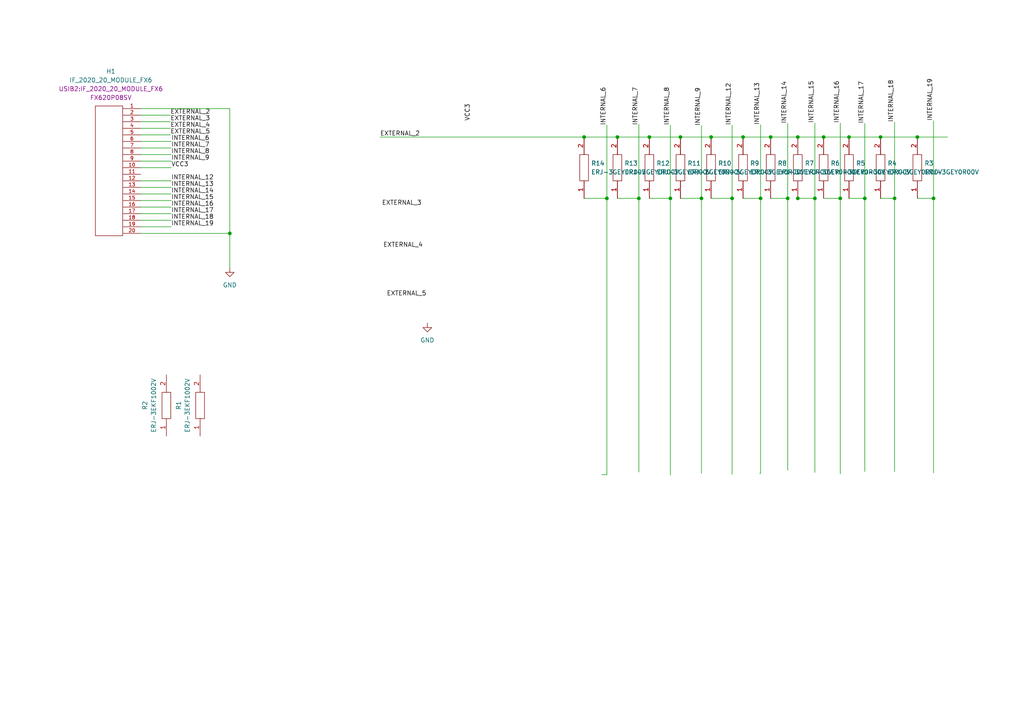
<source format=kicad_sch>
(kicad_sch (version 20230121) (generator eeschema)
  (paper "A4")
  (lib_symbols
    (symbol "SamacSys_Parts:ERJ-3EKF1002V" (pin_names (offset 0.762))
      (property "Reference" "R" (at 13.97 6.35 0))
      (property "Value" "ERJ-3EKF1002V" (at 13.97 3.81 0))
      (symbol "ERJ-3EKF1002V_0_0"
        (pin passive line (at 0 0 0) (length 5.08) (name "~") (number "1"))
        (pin passive line (at 17.78 0 180) (length 5.08) (name "~") (number "2"))
      )
      (symbol "ERJ-3EKF1002V_0_1"
        (polyline (pts (xy 5.08 1.27) (xy 12.7 1.27) (xy 12.7 -1.27) (xy 5.08 -1.27) (xy 5.08 1.27)) (stroke (width 0.1524)))
      )
    )
    (symbol "SamacSys_Parts:ERJ-3GEY0R00V" (pin_names (offset 0.762))
      (property "Reference" "R" (at 13.97 6.35 0))
      (property "Value" "ERJ-3GEY0R00V" (at 13.97 3.81 0))
      (symbol "ERJ-3GEY0R00V_0_0"
        (pin passive line (at 0 0 0) (length 5.08) (name "~") (number "1"))
        (pin passive line (at 17.78 0 180) (length 5.08) (name "~") (number "2"))
      )
      (symbol "ERJ-3GEY0R00V_0_1"
        (polyline (pts (xy 5.08 1.27) (xy 12.7 1.27) (xy 12.7 -1.27) (xy 5.08 -1.27) (xy 5.08 1.27)) (stroke (width 0.1524)))
      )
    )
    (symbol "USIB2:IF_2020_20_MODULE_FX6"
      (property "Reference" "H" (at -20.5232 -7.2644 0))
      (property "Value" "IF_2020_20_MODULE_FX6" (at -9.144 -9.8552 0))
      (property "Footprint" "USIB2:IF_2020_20_MODULE_FX6" (at -6.096 -15.113 0))
      (property "Connector" "FX620P08SV" (at -15.113 -17.272 0))
      (symbol "IF_2020_20_MODULE_FX6_0_1"
        (rectangle (start -18.796 0) (end 18.8468 -7.9248))
      )
      (symbol "IF_2020_20_MODULE_FX6_1_1"
        (pin passive line (at -18.034 5.1816 270) (length 5) (name "") (number "1"))
        (pin passive line (at -0.889 5.1816 270) (length 5) (name "") (number "10"))
        (pin passive line (at 1.016 5.1816 270) (length 5) (name "") (number "11"))
        (pin passive line (at 2.921 5.1816 270) (length 5) (name "") (number "12"))
        (pin passive line (at 4.826 5.1816 270) (length 5) (name "") (number "13"))
        (pin passive line (at 6.731 5.1816 270) (length 5) (name "") (number "14"))
        (pin passive line (at 8.636 5.1816 270) (length 5) (name "") (number "15"))
        (pin passive line (at 10.541 5.1816 270) (length 5) (name "") (number "16"))
        (pin passive line (at 12.446 5.1816 270) (length 5) (name "") (number "17"))
        (pin passive line (at 14.351 5.1816 270) (length 5) (name "") (number "18"))
        (pin passive line (at 16.256 5.1816 270) (length 5) (name "") (number "19"))
        (pin passive line (at -16.129 5.1816 270) (length 5) (name "") (number "2"))
        (pin passive line (at 18.161 5.1816 270) (length 5) (name "") (number "20"))
        (pin passive line (at -14.224 5.1816 270) (length 5) (name "") (number "3"))
        (pin passive line (at -12.319 5.1816 270) (length 5) (name "") (number "4"))
        (pin passive line (at -10.414 5.1816 270) (length 5) (name "") (number "5"))
        (pin passive line (at -8.509 5.1816 270) (length 5) (name "") (number "6"))
        (pin passive line (at -6.604 5.1816 270) (length 5) (name "") (number "7"))
        (pin passive line (at -4.699 5.1816 270) (length 5) (name "") (number "8"))
        (pin passive line (at -2.794 5.1816 270) (length 5) (name "") (number "9"))
      )
    )
    (symbol "power:GND" (power) (pin_names (offset 0))
      (property "Value" "GND" (at 0 -3.81 0))
      (symbol "GND_0_1"
        (polyline (pts (xy 0 0) (xy 0 -1.27) (xy 1.27 -1.27) (xy 0 -2.54) (xy -1.27 -1.27) (xy 0 -1.27)))
      )
      (symbol "GND_1_1"
        (pin power_in line (at 0 0 270) (length 0) hide (name "GND") (number "1"))
      )
    )
  )
  (junction (at 270.764 57.531))
  (junction (at 266.065 39.751))
  (junction (at 212.344 57.531))
  (junction (at 203.454 57.531))
  (junction (at 188.341 39.751))
  (junction (at 231.394 39.751))
  (junction (at 250.825 57.531))
  (junction (at 243.713 57.531))
  (junction (at 236.347 57.531))
  (junction (at 255.397 39.751))
  (junction (at 185.293 57.531))
  (junction (at 179.07 39.751))
  (junction (at 176.022 57.531))
  (junction (at 231.394 57.531))
  (junction (at 206.248 39.751))
  (junction (at 194.437 57.531))
  (junction (at 169.418 39.751))
  (junction (at 238.887 39.751))
  (junction (at 246.253 39.751))
  (junction (at 215.519 39.751))
  (junction (at 197.358 39.751))
  (junction (at 259.461 57.531))
  (junction (at 228.473 57.531))
  (junction (at 223.52 39.751))
  (junction (at 66.6496 67.691))
  (junction (at 220.599 57.531))
  (wire (pts (xy 236.347 35.687) (xy 236.347 57.531)))
  (wire (pts (xy 203.454 36.449) (xy 203.454 57.531)))
  (wire (pts (xy 246.253 57.531) (xy 250.825 57.531)))
  (wire (pts (xy 215.519 57.531) (xy 220.599 57.531)))
  (wire (pts (xy 176.022 36.322) (xy 176.022 57.531)))
  (wire (pts (xy 243.713 35.687) (xy 243.713 57.531)))
  (wire (pts (xy 40.767 33.401) (xy 49.403 33.401)))
  (wire (pts (xy 110.236 39.751) (xy 169.418 39.751)))
  (wire (pts (xy 176.022 57.531) (xy 176.022 137.668)))
  (wire (pts (xy 231.394 57.531) (xy 236.347 57.531)))
  (wire (pts (xy 176.022 137.668) (xy 174.498 137.668)))
  (wire (pts (xy 266.065 39.751) (xy 274.828 39.751)))
  (wire (pts (xy 243.713 57.531) (xy 243.713 137.414)))
  (wire (pts (xy 185.293 57.531) (xy 185.293 136.906)))
  (wire (pts (xy 220.599 137.287) (xy 220.345 137.287)))
  (wire (pts (xy 197.358 57.531) (xy 203.454 57.531)))
  (wire (pts (xy 40.767 35.306) (xy 49.403 35.306)))
  (wire (pts (xy 255.397 57.531) (xy 259.461 57.531)))
  (wire (pts (xy 40.767 60.071) (xy 49.657 60.071)))
  (wire (pts (xy 212.344 57.531) (xy 212.344 137.541)))
  (wire (pts (xy 179.07 57.531) (xy 185.293 57.531)))
  (wire (pts (xy 40.767 44.831) (xy 49.657 44.831)))
  (wire (pts (xy 40.767 58.166) (xy 49.657 58.166)))
  (wire (pts (xy 40.767 61.976) (xy 49.657 61.976)))
  (wire (pts (xy 194.437 36.322) (xy 194.437 57.531)))
  (wire (pts (xy 40.767 46.736) (xy 49.657 46.736)))
  (wire (pts (xy 223.52 57.531) (xy 228.473 57.531)))
  (wire (pts (xy 203.454 57.531) (xy 203.454 137.287)))
  (wire (pts (xy 40.767 67.691) (xy 66.6496 67.691)))
  (wire (pts (xy 66.6496 31.496) (xy 66.6496 67.691)))
  (wire (pts (xy 188.341 39.751) (xy 197.358 39.751)))
  (wire (pts (xy 40.767 37.211) (xy 49.403 37.211)))
  (wire (pts (xy 246.253 39.751) (xy 255.397 39.751)))
  (wire (pts (xy 206.248 39.751) (xy 215.519 39.751)))
  (wire (pts (xy 169.418 39.751) (xy 179.07 39.751)))
  (wire (pts (xy 236.347 57.531) (xy 236.347 137.033)))
  (wire (pts (xy 270.764 35.052) (xy 270.764 57.531)))
  (wire (pts (xy 188.341 57.531) (xy 194.437 57.531)))
  (wire (pts (xy 40.767 52.451) (xy 49.657 52.451)))
  (wire (pts (xy 250.825 35.814) (xy 250.825 57.531)))
  (wire (pts (xy 250.825 57.531) (xy 250.825 136.779)))
  (wire (pts (xy 194.437 57.531) (xy 194.437 137.795)))
  (wire (pts (xy 231.394 39.751) (xy 238.887 39.751)))
  (wire (pts (xy 270.764 57.531) (xy 270.764 137.16)))
  (wire (pts (xy 223.52 39.751) (xy 231.394 39.751)))
  (wire (pts (xy 179.07 39.751) (xy 188.341 39.751)))
  (wire (pts (xy 40.767 65.786) (xy 49.657 65.786)))
  (wire (pts (xy 66.7766 67.691) (xy 66.6496 67.691)))
  (wire (pts (xy 40.767 39.116) (xy 49.403 39.116)))
  (wire (pts (xy 228.473 57.531) (xy 228.473 136.398)))
  (wire (pts (xy 231.267 57.531) (xy 231.394 57.531)))
  (wire (pts (xy 40.767 56.261) (xy 49.657 56.261)))
  (wire (pts (xy 220.599 57.531) (xy 220.599 137.287)))
  (wire (pts (xy 220.599 36.195) (xy 220.599 57.531)))
  (wire (pts (xy 266.065 57.531) (xy 270.764 57.531)))
  (wire (pts (xy 238.887 57.531) (xy 243.713 57.531)))
  (wire (pts (xy 40.767 31.496) (xy 66.6496 31.496)))
  (wire (pts (xy 206.248 57.531) (xy 212.344 57.531)))
  (wire (pts (xy 40.767 42.926) (xy 49.657 42.926)))
  (wire (pts (xy 255.397 39.751) (xy 266.065 39.751)))
  (wire (pts (xy 40.767 63.881) (xy 49.657 63.881)))
  (wire (pts (xy 259.461 35.433) (xy 259.461 57.531)))
  (wire (pts (xy 238.887 39.751) (xy 246.253 39.751)))
  (wire (pts (xy 40.767 48.641) (xy 49.657 48.641)))
  (wire (pts (xy 66.6496 67.691) (xy 66.6496 77.724)))
  (wire (pts (xy 197.358 39.751) (xy 206.248 39.751)))
  (wire (pts (xy 212.344 36.322) (xy 212.344 57.531)))
  (wire (pts (xy 259.461 57.531) (xy 259.461 136.779)))
  (wire (pts (xy 40.767 54.356) (xy 49.657 54.356)))
  (wire (pts (xy 40.767 41.021) (xy 49.657 41.021)))
  (wire (pts (xy 228.473 35.814) (xy 228.473 57.531)))
  (wire (pts (xy 215.519 39.751) (xy 223.52 39.751)))
  (wire (pts (xy 185.293 36.068) (xy 185.293 57.531)))
  (wire (pts (xy 169.418 57.531) (xy 176.022 57.531)))
  (label "VCC3" (at 49.657 48.641 0))
  (label "INTERNAL_14" (at 49.657 56.261 0))
  (label "EXTERNAL_3" (at 49.403 35.306 0))
  (label "INTERNAL_7" (at 49.657 42.926 0))
  (label "INTERNAL_16" (at 49.657 60.071 0))
  (label "EXTERNAL_5" (at 112.141 86.106 0))
  (label "EXTERNAL_2" (at 110.236 39.751 0))
  (label "INTERNAL_19" (at 270.764 35.052 90))
  (label "EXTERNAL_2" (at 49.403 33.401 0))
  (label "INTERNAL_18" (at 49.657 63.881 0))
  (label "INTERNAL_18" (at 259.461 35.433 90))
  (label "EXTERNAL_4" (at 49.403 37.211 0))
  (label "EXTERNAL_5" (at 49.403 39.116 0))
  (label "INTERNAL_6" (at 49.657 41.021 0))
  (label "INTERNAL_15" (at 49.657 58.166 0))
  (label "INTERNAL_8" (at 194.437 36.322 90))
  (label "EXTERNAL_4" (at 111.125 72.009 0))
  (label "INTERNAL_13" (at 220.599 36.195 90))
  (label "INTERNAL_15" (at 236.347 35.687 90))
  (label "INTERNAL_7" (at 185.293 36.322 90))
  (label "INTERNAL_19" (at 49.657 65.786 0))
  (label "VCC3" (at 136.652 35.052 90))
  (label "INTERNAL_17" (at 250.825 35.814 90))
  (label "INTERNAL_9" (at 203.454 36.449 90))
  (label "INTERNAL_6" (at 176.022 36.322 90))
  (label "INTERNAL_16" (at 243.713 35.687 90))
  (label "INTERNAL_17" (at 49.657 61.976 0))
  (label "INTERNAL_12" (at 212.344 36.322 90))
  (label "INTERNAL_9" (at 49.657 46.736 0))
  (label "INTERNAL_12" (at 49.657 52.451 0))
  (label "EXTERNAL_3" (at 110.744 59.817 0))
  (label "INTERNAL_8" (at 49.657 44.831 0))
  (label "INTERNAL_14" (at 228.473 35.814 90))
  (label "INTERNAL_13" (at 49.657 54.356 0))
  (symbol (lib_id "SamacSys_Parts:ERJ-3GEY0R00V") (at 215.519 57.531 90) (unit 1)
    (property "Reference" "R9" (at 217.551 47.371 90) (effects (justify right)))
    (property "Value" "ERJ-3GEY0R00V" (at 217.551 49.911 90) (effects (justify right)))
    (property "Footprint" "ERJ3EKF1000V" (effects hide))
    (property "Datasheet" "http://docs-europe.electrocomponents.com/webdocs/13ba/0900766b813ba21b.pdf" (effects hide))
    (property "Description" "Thick Film Resistors - SMD 0603 Zero Ohms" (effects hide))
    (property "Height" "0.55" (effects hide))
    (property "Manufacturer_Name" "Panasonic" (effects hide))
    (property "Manufacturer_Part_Number" "ERJ-3GEY0R00V" (effects hide))
    (property "Mouser Part Number" "667-ERJ-3GEY0R00V" (effects hide))
    (property "Mouser Price/Stock" "https://www.mouser.co.uk/ProductDetail/Panasonic/ERJ-3GEY0R00V?qs=66DK8nO8gJALIOqOWgiVwg%3D%3D" (effects hide))
    (property "Arrow Part Number" "ERJ-3GEY0R00V" (effects hide))
    (property "Arrow Price/Stock" "https://www.arrow.com/en/products/erj3gey0r00v/panasonic?region=europe" (effects hide))
  )
  (symbol (lib_id "SamacSys_Parts:ERJ-3GEY0R00V") (at 238.887 57.531 90) (unit 1)
    (property "Reference" "R6" (at 240.919 47.371 90) (effects (justify right)))
    (property "Value" "ERJ-3GEY0R00V" (at 240.919 49.911 90) (effects (justify right)))
    (property "Footprint" "ERJ3EKF1000V" (effects hide))
    (property "Datasheet" "http://docs-europe.electrocomponents.com/webdocs/13ba/0900766b813ba21b.pdf" (effects hide))
    (property "Description" "Thick Film Resistors - SMD 0603 Zero Ohms" (effects hide))
    (property "Height" "0.55" (effects hide))
    (property "Manufacturer_Name" "Panasonic" (effects hide))
    (property "Manufacturer_Part_Number" "ERJ-3GEY0R00V" (effects hide))
    (property "Mouser Part Number" "667-ERJ-3GEY0R00V" (effects hide))
    (property "Mouser Price/Stock" "https://www.mouser.co.uk/ProductDetail/Panasonic/ERJ-3GEY0R00V?qs=66DK8nO8gJALIOqOWgiVwg%3D%3D" (effects hide))
    (property "Arrow Part Number" "ERJ-3GEY0R00V" (effects hide))
    (property "Arrow Price/Stock" "https://www.arrow.com/en/products/erj3gey0r00v/panasonic?region=europe" (effects hide))
  )
  (symbol (lib_id "SamacSys_Parts:ERJ-3GEY0R00V") (at 231.394 57.531 90) (unit 1)
    (property "Reference" "R7" (at 233.426 47.371 90) (effects (justify right)))
    (property "Value" "ERJ-3GEY0R00V" (at 233.426 49.911 90) (effects (justify right)))
    (property "Footprint" "ERJ3EKF1000V" (effects hide))
    (property "Datasheet" "http://docs-europe.electrocomponents.com/webdocs/13ba/0900766b813ba21b.pdf" (effects hide))
    (property "Description" "Thick Film Resistors - SMD 0603 Zero Ohms" (effects hide))
    (property "Height" "0.55" (effects hide))
    (property "Manufacturer_Name" "Panasonic" (effects hide))
    (property "Manufacturer_Part_Number" "ERJ-3GEY0R00V" (effects hide))
    (property "Mouser Part Number" "667-ERJ-3GEY0R00V" (effects hide))
    (property "Mouser Price/Stock" "https://www.mouser.co.uk/ProductDetail/Panasonic/ERJ-3GEY0R00V?qs=66DK8nO8gJALIOqOWgiVwg%3D%3D" (effects hide))
    (property "Arrow Part Number" "ERJ-3GEY0R00V" (effects hide))
    (property "Arrow Price/Stock" "https://www.arrow.com/en/products/erj3gey0r00v/panasonic?region=europe" (effects hide))
  )
  (symbol (lib_id "SamacSys_Parts:ERJ-3GEY0R00V") (at 206.248 57.531 90) (unit 1)
    (property "Reference" "R10" (at 208.28 47.371 90) (effects (justify right)))
    (property "Value" "ERJ-3GEY0R00V" (at 208.28 49.911 90) (effects (justify right)))
    (property "Footprint" "ERJ3EKF1000V" (effects hide))
    (property "Datasheet" "http://docs-europe.electrocomponents.com/webdocs/13ba/0900766b813ba21b.pdf" (effects hide))
    (property "Description" "Thick Film Resistors - SMD 0603 Zero Ohms" (effects hide))
    (property "Height" "0.55" (effects hide))
    (property "Manufacturer_Name" "Panasonic" (effects hide))
    (property "Manufacturer_Part_Number" "ERJ-3GEY0R00V" (effects hide))
    (property "Mouser Part Number" "667-ERJ-3GEY0R00V" (effects hide))
    (property "Mouser Price/Stock" "https://www.mouser.co.uk/ProductDetail/Panasonic/ERJ-3GEY0R00V?qs=66DK8nO8gJALIOqOWgiVwg%3D%3D" (effects hide))
    (property "Arrow Part Number" "ERJ-3GEY0R00V" (effects hide))
    (property "Arrow Price/Stock" "https://www.arrow.com/en/products/erj3gey0r00v/panasonic?region=europe" (effects hide))
  )
  (symbol (lib_id "SamacSys_Parts:ERJ-3GEY0R00V") (at 246.253 57.531 90) (unit 1)
    (property "Reference" "R5" (at 248.285 47.371 90) (effects (justify right)))
    (property "Value" "ERJ-3GEY0R00V" (at 248.285 49.911 90) (effects (justify right)))
    (property "Footprint" "ERJ3EKF1000V" (effects hide))
    (property "Datasheet" "http://docs-europe.electrocomponents.com/webdocs/13ba/0900766b813ba21b.pdf" (effects hide))
    (property "Description" "Thick Film Resistors - SMD 0603 Zero Ohms" (effects hide))
    (property "Height" "0.55" (effects hide))
    (property "Manufacturer_Name" "Panasonic" (effects hide))
    (property "Manufacturer_Part_Number" "ERJ-3GEY0R00V" (effects hide))
    (property "Mouser Part Number" "667-ERJ-3GEY0R00V" (effects hide))
    (property "Mouser Price/Stock" "https://www.mouser.co.uk/ProductDetail/Panasonic/ERJ-3GEY0R00V?qs=66DK8nO8gJALIOqOWgiVwg%3D%3D" (effects hide))
    (property "Arrow Part Number" "ERJ-3GEY0R00V" (effects hide))
    (property "Arrow Price/Stock" "https://www.arrow.com/en/products/erj3gey0r00v/panasonic?region=europe" (effects hide))
  )
  (symbol (lib_id "SamacSys_Parts:ERJ-3GEY0R00V") (at 169.418 57.531 90) (unit 1)
    (property "Reference" "R14" (at 171.45 47.371 90) (effects (justify right)))
    (property "Value" "ERJ-3GEY0R00V" (at 171.45 49.911 90) (effects (justify right)))
    (property "Footprint" "ERJ3EKF1000V" (effects hide))
    (property "Datasheet" "http://docs-europe.electrocomponents.com/webdocs/13ba/0900766b813ba21b.pdf" (effects hide))
    (property "Description" "Thick Film Resistors - SMD 0603 Zero Ohms" (effects hide))
    (property "Height" "0.55" (effects hide))
    (property "Manufacturer_Name" "Panasonic" (effects hide))
    (property "Manufacturer_Part_Number" "ERJ-3GEY0R00V" (effects hide))
    (property "Mouser Part Number" "667-ERJ-3GEY0R00V" (effects hide))
    (property "Mouser Price/Stock" "https://www.mouser.co.uk/ProductDetail/Panasonic/ERJ-3GEY0R00V?qs=66DK8nO8gJALIOqOWgiVwg%3D%3D" (effects hide))
    (property "Arrow Part Number" "ERJ-3GEY0R00V" (effects hide))
    (property "Arrow Price/Stock" "https://www.arrow.com/en/products/erj3gey0r00v/panasonic?region=europe" (effects hide))
  )
  (symbol (lib_id "SamacSys_Parts:ERJ-3GEY0R00V") (at 255.397 57.531 90) (unit 1)
    (property "Reference" "R4" (at 257.429 47.371 90) (effects (justify right)))
    (property "Value" "ERJ-3GEY0R00V" (at 257.429 49.911 90) (effects (justify right)))
    (property "Footprint" "ERJ3EKF1000V" (effects hide))
    (property "Datasheet" "http://docs-europe.electrocomponents.com/webdocs/13ba/0900766b813ba21b.pdf" (effects hide))
    (property "Description" "Thick Film Resistors - SMD 0603 Zero Ohms" (effects hide))
    (property "Height" "0.55" (effects hide))
    (property "Manufacturer_Name" "Panasonic" (effects hide))
    (property "Manufacturer_Part_Number" "ERJ-3GEY0R00V" (effects hide))
    (property "Mouser Part Number" "667-ERJ-3GEY0R00V" (effects hide))
    (property "Mouser Price/Stock" "https://www.mouser.co.uk/ProductDetail/Panasonic/ERJ-3GEY0R00V?qs=66DK8nO8gJALIOqOWgiVwg%3D%3D" (effects hide))
    (property "Arrow Part Number" "ERJ-3GEY0R00V" (effects hide))
    (property "Arrow Price/Stock" "https://www.arrow.com/en/products/erj3gey0r00v/panasonic?region=europe" (effects hide))
  )
  (symbol (lib_id "USIB2:IF_2020_20_MODULE_FX6") (at 35.5854 49.53 270) (unit 1)
    (property "Reference" "H1" (at 32.1564 20.701 90))
    (property "Value" "IF_2020_20_MODULE_FX6" (at 32.1564 23.241 90))
    (property "Footprint" "USIB2:IF_2020_20_MODULE_FX6" (at 32.1564 25.781 90))
    (property "Datasheet" "https://eu.mouser.com/datasheet/2/185/FX6_Catalog_D49674_en-2585892.pdf" (effects hide))
    (property "Connector" "FX620P08SV" (at 32.1564 28.321 90))
  )
  (symbol (lib_id "power:GND") (at 123.952 93.726 0) (unit 1)
    (property "Reference" "#PWR05" (effects hide))
    (property "Value" "GND" (at 123.952 98.679 0))
  )
  (symbol (lib_id "SamacSys_Parts:ERJ-3GEY0R00V") (at 179.07 57.531 90) (unit 1)
    (property "Reference" "R13" (at 181.102 47.371 90) (effects (justify right)))
    (property "Value" "ERJ-3GEY0R00V" (at 181.102 49.911 90) (effects (justify right)))
    (property "Footprint" "ERJ3EKF1000V" (effects hide))
    (property "Datasheet" "http://docs-europe.electrocomponents.com/webdocs/13ba/0900766b813ba21b.pdf" (effects hide))
    (property "Description" "Thick Film Resistors - SMD 0603 Zero Ohms" (effects hide))
    (property "Height" "0.55" (effects hide))
    (property "Manufacturer_Name" "Panasonic" (effects hide))
    (property "Manufacturer_Part_Number" "ERJ-3GEY0R00V" (effects hide))
    (property "Mouser Part Number" "667-ERJ-3GEY0R00V" (effects hide))
    (property "Mouser Price/Stock" "https://www.mouser.co.uk/ProductDetail/Panasonic/ERJ-3GEY0R00V?qs=66DK8nO8gJALIOqOWgiVwg%3D%3D" (effects hide))
    (property "Arrow Part Number" "ERJ-3GEY0R00V" (effects hide))
    (property "Arrow Price/Stock" "https://www.arrow.com/en/products/erj3gey0r00v/panasonic?region=europe" (effects hide))
  )
  (symbol (lib_id "SamacSys_Parts:ERJ-3EKF1002V") (at 58.039 126.492 90) (unit 1)
    (property "Reference" "R1" (at 51.816 117.602 0))
    (property "Value" "ERJ-3EKF1002V" (at 54.356 117.602 0))
    (property "Footprint" "ERJ3EK_(0603)" (effects hide))
    (property "Datasheet" "https://industrial.panasonic.com/cdbs/www-data/pdf/RDA0000/AOA0000C304.pdf" (effects hide))
    (property "Description" "Thick Film Resistors - SMD 0603 10Kohms 1% AEC-Q200" (effects hide))
    (property "Height" "0.55" (effects hide))
    (property "Manufacturer_Name" "Panasonic" (effects hide))
    (property "Manufacturer_Part_Number" "ERJ-3EKF1002V" (effects hide))
    (property "Mouser Part Number" "667-ERJ-3EKF1002V" (effects hide))
    (property "Mouser Price/Stock" "https://www.mouser.co.uk/ProductDetail/Panasonic/ERJ-3EKF1002V?qs=H7k1u0Mp9JSrGPQ5%2F5COuw%3D%3D" (effects hide))
    (property "Arrow Part Number" "ERJ-3EKF1002V" (effects hide))
    (property "Arrow Price/Stock" "https://www.arrow.com/en/products/erj-3ekf1002v/panasonic?region=nac" (effects hide))
  )
  (symbol (lib_id "SamacSys_Parts:ERJ-3EKF1002V") (at 48.26 126.492 90) (unit 1)
    (property "Reference" "R2" (at 42.037 117.602 0))
    (property "Value" "ERJ-3EKF1002V" (at 44.577 117.602 0))
    (property "Footprint" "ERJ3EK_(0603)" (effects hide))
    (property "Datasheet" "https://industrial.panasonic.com/cdbs/www-data/pdf/RDA0000/AOA0000C304.pdf" (effects hide))
    (property "Description" "Thick Film Resistors - SMD 0603 10Kohms 1% AEC-Q200" (effects hide))
    (property "Height" "0.55" (effects hide))
    (property "Manufacturer_Name" "Panasonic" (effects hide))
    (property "Manufacturer_Part_Number" "ERJ-3EKF1002V" (effects hide))
    (property "Mouser Part Number" "667-ERJ-3EKF1002V" (effects hide))
    (property "Mouser Price/Stock" "https://www.mouser.co.uk/ProductDetail/Panasonic/ERJ-3EKF1002V?qs=H7k1u0Mp9JSrGPQ5%2F5COuw%3D%3D" (effects hide))
    (property "Arrow Part Number" "ERJ-3EKF1002V" (effects hide))
    (property "Arrow Price/Stock" "https://www.arrow.com/en/products/erj-3ekf1002v/panasonic?region=nac" (effects hide))
  )
  (symbol (lib_id "SamacSys_Parts:ERJ-3GEY0R00V") (at 197.358 57.531 90) (unit 1)
    (property "Reference" "R11" (at 199.39 47.371 90) (effects (justify right)))
    (property "Value" "ERJ-3GEY0R00V" (at 199.39 49.911 90) (effects (justify right)))
    (property "Footprint" "ERJ3EKF1000V" (effects hide))
    (property "Datasheet" "http://docs-europe.electrocomponents.com/webdocs/13ba/0900766b813ba21b.pdf" (effects hide))
    (property "Description" "Thick Film Resistors - SMD 0603 Zero Ohms" (effects hide))
    (property "Height" "0.55" (effects hide))
    (property "Manufacturer_Name" "Panasonic" (effects hide))
    (property "Manufacturer_Part_Number" "ERJ-3GEY0R00V" (effects hide))
    (property "Mouser Part Number" "667-ERJ-3GEY0R00V" (effects hide))
    (property "Mouser Price/Stock" "https://www.mouser.co.uk/ProductDetail/Panasonic/ERJ-3GEY0R00V?qs=66DK8nO8gJALIOqOWgiVwg%3D%3D" (effects hide))
    (property "Arrow Part Number" "ERJ-3GEY0R00V" (effects hide))
    (property "Arrow Price/Stock" "https://www.arrow.com/en/products/erj3gey0r00v/panasonic?region=europe" (effects hide))
  )
  (symbol (lib_id "power:GND") (at 66.6496 77.724 0) (unit 1)
    (property "Reference" "#PWR01" (effects hide))
    (property "Value" "GND" (at 66.6496 82.677 0))
  )
  (symbol (lib_id "SamacSys_Parts:ERJ-3GEY0R00V") (at 223.52 57.531 90) (unit 1)
    (property "Reference" "R8" (at 225.552 47.371 90) (effects (justify right)))
    (property "Value" "ERJ-3GEY0R00V" (at 225.552 49.911 90) (effects (justify right)))
    (property "Footprint" "ERJ3EKF1000V" (effects hide))
    (property "Datasheet" "http://docs-europe.electrocomponents.com/webdocs/13ba/0900766b813ba21b.pdf" (effects hide))
    (property "Description" "Thick Film Resistors - SMD 0603 Zero Ohms" (effects hide))
    (property "Height" "0.55" (effects hide))
    (property "Manufacturer_Name" "Panasonic" (effects hide))
    (property "Manufacturer_Part_Number" "ERJ-3GEY0R00V" (effects hide))
    (property "Mouser Part Number" "667-ERJ-3GEY0R00V" (effects hide))
    (property "Mouser Price/Stock" "https://www.mouser.co.uk/ProductDetail/Panasonic/ERJ-3GEY0R00V?qs=66DK8nO8gJALIOqOWgiVwg%3D%3D" (effects hide))
    (property "Arrow Part Number" "ERJ-3GEY0R00V" (effects hide))
    (property "Arrow Price/Stock" "https://www.arrow.com/en/products/erj3gey0r00v/panasonic?region=europe" (effects hide))
  )
  (symbol (lib_id "SamacSys_Parts:ERJ-3GEY0R00V") (at 188.341 57.531 90) (unit 1)
    (property "Reference" "R12" (at 190.373 47.371 90) (effects (justify right)))
    (property "Value" "ERJ-3GEY0R00V" (at 190.373 49.911 90) (effects (justify right)))
    (property "Footprint" "ERJ3EKF1000V" (effects hide))
    (property "Datasheet" "http://docs-europe.electrocomponents.com/webdocs/13ba/0900766b813ba21b.pdf" (effects hide))
    (property "Description" "Thick Film Resistors - SMD 0603 Zero Ohms" (effects hide))
    (property "Height" "0.55" (effects hide))
    (property "Manufacturer_Name" "Panasonic" (effects hide))
    (property "Manufacturer_Part_Number" "ERJ-3GEY0R00V" (effects hide))
    (property "Mouser Part Number" "667-ERJ-3GEY0R00V" (effects hide))
    (property "Mouser Price/Stock" "https://www.mouser.co.uk/ProductDetail/Panasonic/ERJ-3GEY0R00V?qs=66DK8nO8gJALIOqOWgiVwg%3D%3D" (effects hide))
    (property "Arrow Part Number" "ERJ-3GEY0R00V" (effects hide))
    (property "Arrow Price/Stock" "https://www.arrow.com/en/products/erj3gey0r00v/panasonic?region=europe" (effects hide))
  )
  (symbol (lib_id "SamacSys_Parts:ERJ-3GEY0R00V") (at 266.065 57.531 90) (unit 1)
    (property "Reference" "R3" (at 268.097 47.371 90) (effects (justify right)))
    (property "Value" "ERJ-3GEY0R00V" (at 268.097 49.911 90) (effects (justify right)))
    (property "Footprint" "ERJ3EKF1000V" (effects hide))
    (property "Datasheet" "http://docs-europe.electrocomponents.com/webdocs/13ba/0900766b813ba21b.pdf" (effects hide))
    (property "Description" "Thick Film Resistors - SMD 0603 Zero Ohms" (effects hide))
    (property "Height" "0.55" (effects hide))
    (property "Manufacturer_Name" "Panasonic" (effects hide))
    (property "Manufacturer_Part_Number" "ERJ-3GEY0R00V" (effects hide))
    (property "Mouser Part Number" "667-ERJ-3GEY0R00V" (effects hide))
    (property "Mouser Price/Stock" "https://www.mouser.co.uk/ProductDetail/Panasonic/ERJ-3GEY0R00V?qs=66DK8nO8gJALIOqOWgiVwg%3D%3D" (effects hide))
    (property "Arrow Part Number" "ERJ-3GEY0R00V" (effects hide))
    (property "Arrow Price/Stock" "https://www.arrow.com/en/products/erj3gey0r00v/panasonic?region=europe" (effects hide))
  )
)
</source>
